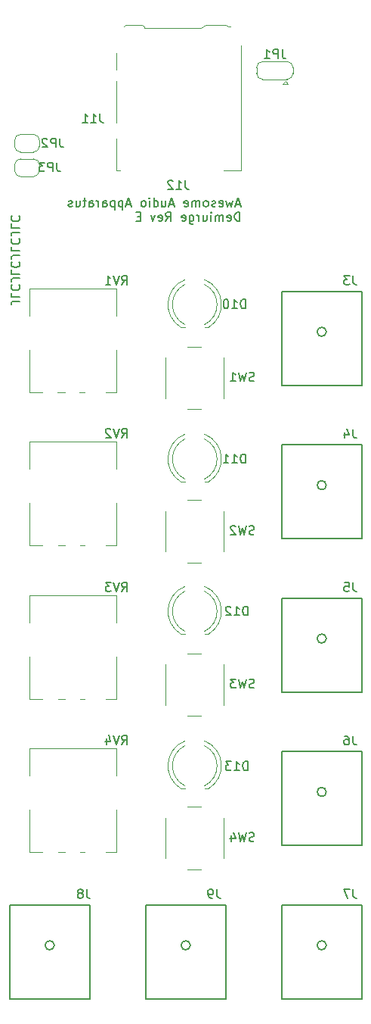
<source format=gbr>
G04 #@! TF.GenerationSoftware,KiCad,Pcbnew,6.0.5+dfsg-1*
G04 #@! TF.CreationDate,2022-06-05T16:54:12+02:00*
G04 #@! TF.ProjectId,demiurge,64656d69-7572-4676-952e-6b696361645f,E*
G04 #@! TF.SameCoordinates,Original*
G04 #@! TF.FileFunction,Legend,Bot*
G04 #@! TF.FilePolarity,Positive*
%FSLAX46Y46*%
G04 Gerber Fmt 4.6, Leading zero omitted, Abs format (unit mm)*
G04 Created by KiCad (PCBNEW 6.0.5+dfsg-1) date 2022-06-05 16:54:12*
%MOMM*%
%LPD*%
G01*
G04 APERTURE LIST*
%ADD10C,0.150000*%
%ADD11C,0.120000*%
G04 APERTURE END LIST*
D10*
X102612023Y-71461666D02*
X102135833Y-71461666D01*
X102707261Y-71747380D02*
X102373928Y-70747380D01*
X102040595Y-71747380D01*
X101802500Y-71080714D02*
X101612023Y-71747380D01*
X101421547Y-71271190D01*
X101231071Y-71747380D01*
X101040595Y-71080714D01*
X100278690Y-71699761D02*
X100373928Y-71747380D01*
X100564404Y-71747380D01*
X100659642Y-71699761D01*
X100707261Y-71604523D01*
X100707261Y-71223571D01*
X100659642Y-71128333D01*
X100564404Y-71080714D01*
X100373928Y-71080714D01*
X100278690Y-71128333D01*
X100231071Y-71223571D01*
X100231071Y-71318809D01*
X100707261Y-71414047D01*
X99850119Y-71699761D02*
X99754880Y-71747380D01*
X99564404Y-71747380D01*
X99469166Y-71699761D01*
X99421547Y-71604523D01*
X99421547Y-71556904D01*
X99469166Y-71461666D01*
X99564404Y-71414047D01*
X99707261Y-71414047D01*
X99802500Y-71366428D01*
X99850119Y-71271190D01*
X99850119Y-71223571D01*
X99802500Y-71128333D01*
X99707261Y-71080714D01*
X99564404Y-71080714D01*
X99469166Y-71128333D01*
X98850119Y-71747380D02*
X98945357Y-71699761D01*
X98992976Y-71652142D01*
X99040595Y-71556904D01*
X99040595Y-71271190D01*
X98992976Y-71175952D01*
X98945357Y-71128333D01*
X98850119Y-71080714D01*
X98707261Y-71080714D01*
X98612023Y-71128333D01*
X98564404Y-71175952D01*
X98516785Y-71271190D01*
X98516785Y-71556904D01*
X98564404Y-71652142D01*
X98612023Y-71699761D01*
X98707261Y-71747380D01*
X98850119Y-71747380D01*
X98088214Y-71747380D02*
X98088214Y-71080714D01*
X98088214Y-71175952D02*
X98040595Y-71128333D01*
X97945357Y-71080714D01*
X97802500Y-71080714D01*
X97707261Y-71128333D01*
X97659642Y-71223571D01*
X97659642Y-71747380D01*
X97659642Y-71223571D02*
X97612023Y-71128333D01*
X97516785Y-71080714D01*
X97373928Y-71080714D01*
X97278690Y-71128333D01*
X97231071Y-71223571D01*
X97231071Y-71747380D01*
X96373928Y-71699761D02*
X96469166Y-71747380D01*
X96659642Y-71747380D01*
X96754880Y-71699761D01*
X96802500Y-71604523D01*
X96802500Y-71223571D01*
X96754880Y-71128333D01*
X96659642Y-71080714D01*
X96469166Y-71080714D01*
X96373928Y-71128333D01*
X96326309Y-71223571D01*
X96326309Y-71318809D01*
X96802500Y-71414047D01*
X95183452Y-71461666D02*
X94707261Y-71461666D01*
X95278690Y-71747380D02*
X94945357Y-70747380D01*
X94612023Y-71747380D01*
X93850119Y-71080714D02*
X93850119Y-71747380D01*
X94278690Y-71080714D02*
X94278690Y-71604523D01*
X94231071Y-71699761D01*
X94135833Y-71747380D01*
X93992976Y-71747380D01*
X93897738Y-71699761D01*
X93850119Y-71652142D01*
X92945357Y-71747380D02*
X92945357Y-70747380D01*
X92945357Y-71699761D02*
X93040595Y-71747380D01*
X93231071Y-71747380D01*
X93326309Y-71699761D01*
X93373928Y-71652142D01*
X93421547Y-71556904D01*
X93421547Y-71271190D01*
X93373928Y-71175952D01*
X93326309Y-71128333D01*
X93231071Y-71080714D01*
X93040595Y-71080714D01*
X92945357Y-71128333D01*
X92469166Y-71747380D02*
X92469166Y-71080714D01*
X92469166Y-70747380D02*
X92516785Y-70795000D01*
X92469166Y-70842619D01*
X92421547Y-70795000D01*
X92469166Y-70747380D01*
X92469166Y-70842619D01*
X91850119Y-71747380D02*
X91945357Y-71699761D01*
X91992976Y-71652142D01*
X92040595Y-71556904D01*
X92040595Y-71271190D01*
X91992976Y-71175952D01*
X91945357Y-71128333D01*
X91850119Y-71080714D01*
X91707261Y-71080714D01*
X91612023Y-71128333D01*
X91564404Y-71175952D01*
X91516785Y-71271190D01*
X91516785Y-71556904D01*
X91564404Y-71652142D01*
X91612023Y-71699761D01*
X91707261Y-71747380D01*
X91850119Y-71747380D01*
X90373928Y-71461666D02*
X89897738Y-71461666D01*
X90469166Y-71747380D02*
X90135833Y-70747380D01*
X89802500Y-71747380D01*
X89469166Y-71080714D02*
X89469166Y-72080714D01*
X89469166Y-71128333D02*
X89373928Y-71080714D01*
X89183452Y-71080714D01*
X89088214Y-71128333D01*
X89040595Y-71175952D01*
X88992976Y-71271190D01*
X88992976Y-71556904D01*
X89040595Y-71652142D01*
X89088214Y-71699761D01*
X89183452Y-71747380D01*
X89373928Y-71747380D01*
X89469166Y-71699761D01*
X88564404Y-71080714D02*
X88564404Y-72080714D01*
X88564404Y-71128333D02*
X88469166Y-71080714D01*
X88278690Y-71080714D01*
X88183452Y-71128333D01*
X88135833Y-71175952D01*
X88088214Y-71271190D01*
X88088214Y-71556904D01*
X88135833Y-71652142D01*
X88183452Y-71699761D01*
X88278690Y-71747380D01*
X88469166Y-71747380D01*
X88564404Y-71699761D01*
X87231071Y-71747380D02*
X87231071Y-71223571D01*
X87278690Y-71128333D01*
X87373928Y-71080714D01*
X87564404Y-71080714D01*
X87659642Y-71128333D01*
X87231071Y-71699761D02*
X87326309Y-71747380D01*
X87564404Y-71747380D01*
X87659642Y-71699761D01*
X87707261Y-71604523D01*
X87707261Y-71509285D01*
X87659642Y-71414047D01*
X87564404Y-71366428D01*
X87326309Y-71366428D01*
X87231071Y-71318809D01*
X86754880Y-71747380D02*
X86754880Y-71080714D01*
X86754880Y-71271190D02*
X86707261Y-71175952D01*
X86659642Y-71128333D01*
X86564404Y-71080714D01*
X86469166Y-71080714D01*
X85707261Y-71747380D02*
X85707261Y-71223571D01*
X85754880Y-71128333D01*
X85850119Y-71080714D01*
X86040595Y-71080714D01*
X86135833Y-71128333D01*
X85707261Y-71699761D02*
X85802500Y-71747380D01*
X86040595Y-71747380D01*
X86135833Y-71699761D01*
X86183452Y-71604523D01*
X86183452Y-71509285D01*
X86135833Y-71414047D01*
X86040595Y-71366428D01*
X85802500Y-71366428D01*
X85707261Y-71318809D01*
X85373928Y-71080714D02*
X84992976Y-71080714D01*
X85231071Y-70747380D02*
X85231071Y-71604523D01*
X85183452Y-71699761D01*
X85088214Y-71747380D01*
X84992976Y-71747380D01*
X84231071Y-71080714D02*
X84231071Y-71747380D01*
X84659642Y-71080714D02*
X84659642Y-71604523D01*
X84612023Y-71699761D01*
X84516785Y-71747380D01*
X84373928Y-71747380D01*
X84278690Y-71699761D01*
X84231071Y-71652142D01*
X83802500Y-71699761D02*
X83707261Y-71747380D01*
X83516785Y-71747380D01*
X83421547Y-71699761D01*
X83373928Y-71604523D01*
X83373928Y-71556904D01*
X83421547Y-71461666D01*
X83516785Y-71414047D01*
X83659642Y-71414047D01*
X83754880Y-71366428D01*
X83802500Y-71271190D01*
X83802500Y-71223571D01*
X83754880Y-71128333D01*
X83659642Y-71080714D01*
X83516785Y-71080714D01*
X83421547Y-71128333D01*
X102564404Y-73357380D02*
X102564404Y-72357380D01*
X102326309Y-72357380D01*
X102183452Y-72405000D01*
X102088214Y-72500238D01*
X102040595Y-72595476D01*
X101992976Y-72785952D01*
X101992976Y-72928809D01*
X102040595Y-73119285D01*
X102088214Y-73214523D01*
X102183452Y-73309761D01*
X102326309Y-73357380D01*
X102564404Y-73357380D01*
X101183452Y-73309761D02*
X101278690Y-73357380D01*
X101469166Y-73357380D01*
X101564404Y-73309761D01*
X101612023Y-73214523D01*
X101612023Y-72833571D01*
X101564404Y-72738333D01*
X101469166Y-72690714D01*
X101278690Y-72690714D01*
X101183452Y-72738333D01*
X101135833Y-72833571D01*
X101135833Y-72928809D01*
X101612023Y-73024047D01*
X100707261Y-73357380D02*
X100707261Y-72690714D01*
X100707261Y-72785952D02*
X100659642Y-72738333D01*
X100564404Y-72690714D01*
X100421547Y-72690714D01*
X100326309Y-72738333D01*
X100278690Y-72833571D01*
X100278690Y-73357380D01*
X100278690Y-72833571D02*
X100231071Y-72738333D01*
X100135833Y-72690714D01*
X99992976Y-72690714D01*
X99897738Y-72738333D01*
X99850119Y-72833571D01*
X99850119Y-73357380D01*
X99373928Y-73357380D02*
X99373928Y-72690714D01*
X99373928Y-72357380D02*
X99421547Y-72405000D01*
X99373928Y-72452619D01*
X99326309Y-72405000D01*
X99373928Y-72357380D01*
X99373928Y-72452619D01*
X98469166Y-72690714D02*
X98469166Y-73357380D01*
X98897738Y-72690714D02*
X98897738Y-73214523D01*
X98850119Y-73309761D01*
X98754880Y-73357380D01*
X98612023Y-73357380D01*
X98516785Y-73309761D01*
X98469166Y-73262142D01*
X97992976Y-73357380D02*
X97992976Y-72690714D01*
X97992976Y-72881190D02*
X97945357Y-72785952D01*
X97897738Y-72738333D01*
X97802500Y-72690714D01*
X97707261Y-72690714D01*
X96945357Y-72690714D02*
X96945357Y-73500238D01*
X96992976Y-73595476D01*
X97040595Y-73643095D01*
X97135833Y-73690714D01*
X97278690Y-73690714D01*
X97373928Y-73643095D01*
X96945357Y-73309761D02*
X97040595Y-73357380D01*
X97231071Y-73357380D01*
X97326309Y-73309761D01*
X97373928Y-73262142D01*
X97421547Y-73166904D01*
X97421547Y-72881190D01*
X97373928Y-72785952D01*
X97326309Y-72738333D01*
X97231071Y-72690714D01*
X97040595Y-72690714D01*
X96945357Y-72738333D01*
X96088214Y-73309761D02*
X96183452Y-73357380D01*
X96373928Y-73357380D01*
X96469166Y-73309761D01*
X96516785Y-73214523D01*
X96516785Y-72833571D01*
X96469166Y-72738333D01*
X96373928Y-72690714D01*
X96183452Y-72690714D01*
X96088214Y-72738333D01*
X96040595Y-72833571D01*
X96040595Y-72928809D01*
X96516785Y-73024047D01*
X94278690Y-73357380D02*
X94612023Y-72881190D01*
X94850119Y-73357380D02*
X94850119Y-72357380D01*
X94469166Y-72357380D01*
X94373928Y-72405000D01*
X94326309Y-72452619D01*
X94278690Y-72547857D01*
X94278690Y-72690714D01*
X94326309Y-72785952D01*
X94373928Y-72833571D01*
X94469166Y-72881190D01*
X94850119Y-72881190D01*
X93469166Y-73309761D02*
X93564404Y-73357380D01*
X93754880Y-73357380D01*
X93850119Y-73309761D01*
X93897738Y-73214523D01*
X93897738Y-72833571D01*
X93850119Y-72738333D01*
X93754880Y-72690714D01*
X93564404Y-72690714D01*
X93469166Y-72738333D01*
X93421547Y-72833571D01*
X93421547Y-72928809D01*
X93897738Y-73024047D01*
X93088214Y-72690714D02*
X92850119Y-73357380D01*
X92612023Y-72690714D01*
X91469166Y-72833571D02*
X91135833Y-72833571D01*
X90992976Y-73357380D02*
X91469166Y-73357380D01*
X91469166Y-72357380D01*
X90992976Y-72357380D01*
X77947619Y-82319047D02*
X77233333Y-82319047D01*
X77090476Y-82366666D01*
X76995238Y-82461904D01*
X76947619Y-82604761D01*
X76947619Y-82700000D01*
X76947619Y-81366666D02*
X76947619Y-81842857D01*
X77947619Y-81842857D01*
X77042857Y-80461904D02*
X76995238Y-80509523D01*
X76947619Y-80652380D01*
X76947619Y-80747619D01*
X76995238Y-80890476D01*
X77090476Y-80985714D01*
X77185714Y-81033333D01*
X77376190Y-81080952D01*
X77519047Y-81080952D01*
X77709523Y-81033333D01*
X77804761Y-80985714D01*
X77900000Y-80890476D01*
X77947619Y-80747619D01*
X77947619Y-80652380D01*
X77900000Y-80509523D01*
X77852380Y-80461904D01*
X77947619Y-79747619D02*
X77233333Y-79747619D01*
X77090476Y-79795238D01*
X76995238Y-79890476D01*
X76947619Y-80033333D01*
X76947619Y-80128571D01*
X76947619Y-78795238D02*
X76947619Y-79271428D01*
X77947619Y-79271428D01*
X77042857Y-77890476D02*
X76995238Y-77938095D01*
X76947619Y-78080952D01*
X76947619Y-78176190D01*
X76995238Y-78319047D01*
X77090476Y-78414285D01*
X77185714Y-78461904D01*
X77376190Y-78509523D01*
X77519047Y-78509523D01*
X77709523Y-78461904D01*
X77804761Y-78414285D01*
X77900000Y-78319047D01*
X77947619Y-78176190D01*
X77947619Y-78080952D01*
X77900000Y-77938095D01*
X77852380Y-77890476D01*
X77947619Y-77176190D02*
X77233333Y-77176190D01*
X77090476Y-77223809D01*
X76995238Y-77319047D01*
X76947619Y-77461904D01*
X76947619Y-77557142D01*
X76947619Y-76223809D02*
X76947619Y-76700000D01*
X77947619Y-76700000D01*
X77042857Y-75319047D02*
X76995238Y-75366666D01*
X76947619Y-75509523D01*
X76947619Y-75604761D01*
X76995238Y-75747619D01*
X77090476Y-75842857D01*
X77185714Y-75890476D01*
X77376190Y-75938095D01*
X77519047Y-75938095D01*
X77709523Y-75890476D01*
X77804761Y-75842857D01*
X77900000Y-75747619D01*
X77947619Y-75604761D01*
X77947619Y-75509523D01*
X77900000Y-75366666D01*
X77852380Y-75319047D01*
X77947619Y-74604761D02*
X77233333Y-74604761D01*
X77090476Y-74652380D01*
X76995238Y-74747619D01*
X76947619Y-74890476D01*
X76947619Y-74985714D01*
X76947619Y-73652380D02*
X76947619Y-74128571D01*
X77947619Y-74128571D01*
X77042857Y-72747619D02*
X76995238Y-72795238D01*
X76947619Y-72938095D01*
X76947619Y-73033333D01*
X76995238Y-73176190D01*
X77090476Y-73271428D01*
X77185714Y-73319047D01*
X77376190Y-73366666D01*
X77519047Y-73366666D01*
X77709523Y-73319047D01*
X77804761Y-73271428D01*
X77900000Y-73176190D01*
X77947619Y-73033333D01*
X77947619Y-72938095D01*
X77900000Y-72795238D01*
X77852380Y-72747619D01*
X104203333Y-108354761D02*
X104060476Y-108402380D01*
X103822380Y-108402380D01*
X103727142Y-108354761D01*
X103679523Y-108307142D01*
X103631904Y-108211904D01*
X103631904Y-108116666D01*
X103679523Y-108021428D01*
X103727142Y-107973809D01*
X103822380Y-107926190D01*
X104012857Y-107878571D01*
X104108095Y-107830952D01*
X104155714Y-107783333D01*
X104203333Y-107688095D01*
X104203333Y-107592857D01*
X104155714Y-107497619D01*
X104108095Y-107450000D01*
X104012857Y-107402380D01*
X103774761Y-107402380D01*
X103631904Y-107450000D01*
X103298571Y-107402380D02*
X103060476Y-108402380D01*
X102870000Y-107688095D01*
X102679523Y-108402380D01*
X102441428Y-107402380D01*
X102108095Y-107497619D02*
X102060476Y-107450000D01*
X101965238Y-107402380D01*
X101727142Y-107402380D01*
X101631904Y-107450000D01*
X101584285Y-107497619D01*
X101536666Y-107592857D01*
X101536666Y-107688095D01*
X101584285Y-107830952D01*
X102155714Y-108402380D01*
X101536666Y-108402380D01*
X104203333Y-125499761D02*
X104060476Y-125547380D01*
X103822380Y-125547380D01*
X103727142Y-125499761D01*
X103679523Y-125452142D01*
X103631904Y-125356904D01*
X103631904Y-125261666D01*
X103679523Y-125166428D01*
X103727142Y-125118809D01*
X103822380Y-125071190D01*
X104012857Y-125023571D01*
X104108095Y-124975952D01*
X104155714Y-124928333D01*
X104203333Y-124833095D01*
X104203333Y-124737857D01*
X104155714Y-124642619D01*
X104108095Y-124595000D01*
X104012857Y-124547380D01*
X103774761Y-124547380D01*
X103631904Y-124595000D01*
X103298571Y-124547380D02*
X103060476Y-125547380D01*
X102870000Y-124833095D01*
X102679523Y-125547380D01*
X102441428Y-124547380D01*
X102155714Y-124547380D02*
X101536666Y-124547380D01*
X101870000Y-124928333D01*
X101727142Y-124928333D01*
X101631904Y-124975952D01*
X101584285Y-125023571D01*
X101536666Y-125118809D01*
X101536666Y-125356904D01*
X101584285Y-125452142D01*
X101631904Y-125499761D01*
X101727142Y-125547380D01*
X102012857Y-125547380D01*
X102108095Y-125499761D01*
X102155714Y-125452142D01*
X115268333Y-148042380D02*
X115268333Y-148756666D01*
X115315952Y-148899523D01*
X115411190Y-148994761D01*
X115554047Y-149042380D01*
X115649285Y-149042380D01*
X114887380Y-148042380D02*
X114220714Y-148042380D01*
X114649285Y-149042380D01*
X115268333Y-79462380D02*
X115268333Y-80176666D01*
X115315952Y-80319523D01*
X115411190Y-80414761D01*
X115554047Y-80462380D01*
X115649285Y-80462380D01*
X114887380Y-79462380D02*
X114268333Y-79462380D01*
X114601666Y-79843333D01*
X114458809Y-79843333D01*
X114363571Y-79890952D01*
X114315952Y-79938571D01*
X114268333Y-80033809D01*
X114268333Y-80271904D01*
X114315952Y-80367142D01*
X114363571Y-80414761D01*
X114458809Y-80462380D01*
X114744523Y-80462380D01*
X114839761Y-80414761D01*
X114887380Y-80367142D01*
X107343333Y-54162380D02*
X107343333Y-54876666D01*
X107390952Y-55019523D01*
X107486190Y-55114761D01*
X107629047Y-55162380D01*
X107724285Y-55162380D01*
X106867142Y-55162380D02*
X106867142Y-54162380D01*
X106486190Y-54162380D01*
X106390952Y-54210000D01*
X106343333Y-54257619D01*
X106295714Y-54352857D01*
X106295714Y-54495714D01*
X106343333Y-54590952D01*
X106390952Y-54638571D01*
X106486190Y-54686190D01*
X106867142Y-54686190D01*
X105343333Y-55162380D02*
X105914761Y-55162380D01*
X105629047Y-55162380D02*
X105629047Y-54162380D01*
X105724285Y-54305238D01*
X105819523Y-54400476D01*
X105914761Y-54448095D01*
X104203333Y-142644761D02*
X104060476Y-142692380D01*
X103822380Y-142692380D01*
X103727142Y-142644761D01*
X103679523Y-142597142D01*
X103631904Y-142501904D01*
X103631904Y-142406666D01*
X103679523Y-142311428D01*
X103727142Y-142263809D01*
X103822380Y-142216190D01*
X104012857Y-142168571D01*
X104108095Y-142120952D01*
X104155714Y-142073333D01*
X104203333Y-141978095D01*
X104203333Y-141882857D01*
X104155714Y-141787619D01*
X104108095Y-141740000D01*
X104012857Y-141692380D01*
X103774761Y-141692380D01*
X103631904Y-141740000D01*
X103298571Y-141692380D02*
X103060476Y-142692380D01*
X102870000Y-141978095D01*
X102679523Y-142692380D01*
X102441428Y-141692380D01*
X101631904Y-142025714D02*
X101631904Y-142692380D01*
X101870000Y-141644761D02*
X102108095Y-142359047D01*
X101489047Y-142359047D01*
X100028333Y-148042380D02*
X100028333Y-148756666D01*
X100075952Y-148899523D01*
X100171190Y-148994761D01*
X100314047Y-149042380D01*
X100409285Y-149042380D01*
X99504523Y-149042380D02*
X99314047Y-149042380D01*
X99218809Y-148994761D01*
X99171190Y-148947142D01*
X99075952Y-148804285D01*
X99028333Y-148613809D01*
X99028333Y-148232857D01*
X99075952Y-148137619D01*
X99123571Y-148090000D01*
X99218809Y-148042380D01*
X99409285Y-148042380D01*
X99504523Y-148090000D01*
X99552142Y-148137619D01*
X99599761Y-148232857D01*
X99599761Y-148470952D01*
X99552142Y-148566190D01*
X99504523Y-148613809D01*
X99409285Y-148661428D01*
X99218809Y-148661428D01*
X99123571Y-148613809D01*
X99075952Y-148566190D01*
X99028333Y-148470952D01*
X89342976Y-80452380D02*
X89676309Y-79976190D01*
X89914404Y-80452380D02*
X89914404Y-79452380D01*
X89533452Y-79452380D01*
X89438214Y-79500000D01*
X89390595Y-79547619D01*
X89342976Y-79642857D01*
X89342976Y-79785714D01*
X89390595Y-79880952D01*
X89438214Y-79928571D01*
X89533452Y-79976190D01*
X89914404Y-79976190D01*
X89057261Y-79452380D02*
X88723928Y-80452380D01*
X88390595Y-79452380D01*
X87533452Y-80452380D02*
X88104880Y-80452380D01*
X87819166Y-80452380D02*
X87819166Y-79452380D01*
X87914404Y-79595238D01*
X88009642Y-79690476D01*
X88104880Y-79738095D01*
X89342976Y-131852380D02*
X89676309Y-131376190D01*
X89914404Y-131852380D02*
X89914404Y-130852380D01*
X89533452Y-130852380D01*
X89438214Y-130900000D01*
X89390595Y-130947619D01*
X89342976Y-131042857D01*
X89342976Y-131185714D01*
X89390595Y-131280952D01*
X89438214Y-131328571D01*
X89533452Y-131376190D01*
X89914404Y-131376190D01*
X89057261Y-130852380D02*
X88723928Y-131852380D01*
X88390595Y-130852380D01*
X87628690Y-131185714D02*
X87628690Y-131852380D01*
X87866785Y-130804761D02*
X88104880Y-131519047D01*
X87485833Y-131519047D01*
X115268333Y-130897380D02*
X115268333Y-131611666D01*
X115315952Y-131754523D01*
X115411190Y-131849761D01*
X115554047Y-131897380D01*
X115649285Y-131897380D01*
X114363571Y-130897380D02*
X114554047Y-130897380D01*
X114649285Y-130945000D01*
X114696904Y-130992619D01*
X114792142Y-131135476D01*
X114839761Y-131325952D01*
X114839761Y-131706904D01*
X114792142Y-131802142D01*
X114744523Y-131849761D01*
X114649285Y-131897380D01*
X114458809Y-131897380D01*
X114363571Y-131849761D01*
X114315952Y-131802142D01*
X114268333Y-131706904D01*
X114268333Y-131468809D01*
X114315952Y-131373571D01*
X114363571Y-131325952D01*
X114458809Y-131278333D01*
X114649285Y-131278333D01*
X114744523Y-131325952D01*
X114792142Y-131373571D01*
X114839761Y-131468809D01*
X115268333Y-113752380D02*
X115268333Y-114466666D01*
X115315952Y-114609523D01*
X115411190Y-114704761D01*
X115554047Y-114752380D01*
X115649285Y-114752380D01*
X114315952Y-113752380D02*
X114792142Y-113752380D01*
X114839761Y-114228571D01*
X114792142Y-114180952D01*
X114696904Y-114133333D01*
X114458809Y-114133333D01*
X114363571Y-114180952D01*
X114315952Y-114228571D01*
X114268333Y-114323809D01*
X114268333Y-114561904D01*
X114315952Y-114657142D01*
X114363571Y-114704761D01*
X114458809Y-114752380D01*
X114696904Y-114752380D01*
X114792142Y-114704761D01*
X114839761Y-114657142D01*
X115268333Y-96607380D02*
X115268333Y-97321666D01*
X115315952Y-97464523D01*
X115411190Y-97559761D01*
X115554047Y-97607380D01*
X115649285Y-97607380D01*
X114363571Y-96940714D02*
X114363571Y-97607380D01*
X114601666Y-96559761D02*
X114839761Y-97274047D01*
X114220714Y-97274047D01*
X89342976Y-97552380D02*
X89676309Y-97076190D01*
X89914404Y-97552380D02*
X89914404Y-96552380D01*
X89533452Y-96552380D01*
X89438214Y-96600000D01*
X89390595Y-96647619D01*
X89342976Y-96742857D01*
X89342976Y-96885714D01*
X89390595Y-96980952D01*
X89438214Y-97028571D01*
X89533452Y-97076190D01*
X89914404Y-97076190D01*
X89057261Y-96552380D02*
X88723928Y-97552380D01*
X88390595Y-96552380D01*
X88104880Y-96647619D02*
X88057261Y-96600000D01*
X87962023Y-96552380D01*
X87723928Y-96552380D01*
X87628690Y-96600000D01*
X87581071Y-96647619D01*
X87533452Y-96742857D01*
X87533452Y-96838095D01*
X87581071Y-96980952D01*
X88152500Y-97552380D01*
X87533452Y-97552380D01*
X89342976Y-114752380D02*
X89676309Y-114276190D01*
X89914404Y-114752380D02*
X89914404Y-113752380D01*
X89533452Y-113752380D01*
X89438214Y-113800000D01*
X89390595Y-113847619D01*
X89342976Y-113942857D01*
X89342976Y-114085714D01*
X89390595Y-114180952D01*
X89438214Y-114228571D01*
X89533452Y-114276190D01*
X89914404Y-114276190D01*
X89057261Y-113752380D02*
X88723928Y-114752380D01*
X88390595Y-113752380D01*
X88152500Y-113752380D02*
X87533452Y-113752380D01*
X87866785Y-114133333D01*
X87723928Y-114133333D01*
X87628690Y-114180952D01*
X87581071Y-114228571D01*
X87533452Y-114323809D01*
X87533452Y-114561904D01*
X87581071Y-114657142D01*
X87628690Y-114704761D01*
X87723928Y-114752380D01*
X88009642Y-114752380D01*
X88104880Y-114704761D01*
X88152500Y-114657142D01*
X104203333Y-91209761D02*
X104060476Y-91257380D01*
X103822380Y-91257380D01*
X103727142Y-91209761D01*
X103679523Y-91162142D01*
X103631904Y-91066904D01*
X103631904Y-90971666D01*
X103679523Y-90876428D01*
X103727142Y-90828809D01*
X103822380Y-90781190D01*
X104012857Y-90733571D01*
X104108095Y-90685952D01*
X104155714Y-90638333D01*
X104203333Y-90543095D01*
X104203333Y-90447857D01*
X104155714Y-90352619D01*
X104108095Y-90305000D01*
X104012857Y-90257380D01*
X103774761Y-90257380D01*
X103631904Y-90305000D01*
X103298571Y-90257380D02*
X103060476Y-91257380D01*
X102870000Y-90543095D01*
X102679523Y-91257380D01*
X102441428Y-90257380D01*
X101536666Y-91257380D02*
X102108095Y-91257380D01*
X101822380Y-91257380D02*
X101822380Y-90257380D01*
X101917619Y-90400238D01*
X102012857Y-90495476D01*
X102108095Y-90543095D01*
X85423333Y-148042380D02*
X85423333Y-148756666D01*
X85470952Y-148899523D01*
X85566190Y-148994761D01*
X85709047Y-149042380D01*
X85804285Y-149042380D01*
X84804285Y-148470952D02*
X84899523Y-148423333D01*
X84947142Y-148375714D01*
X84994761Y-148280476D01*
X84994761Y-148232857D01*
X84947142Y-148137619D01*
X84899523Y-148090000D01*
X84804285Y-148042380D01*
X84613809Y-148042380D01*
X84518571Y-148090000D01*
X84470952Y-148137619D01*
X84423333Y-148232857D01*
X84423333Y-148280476D01*
X84470952Y-148375714D01*
X84518571Y-148423333D01*
X84613809Y-148470952D01*
X84804285Y-148470952D01*
X84899523Y-148518571D01*
X84947142Y-148566190D01*
X84994761Y-148661428D01*
X84994761Y-148851904D01*
X84947142Y-148947142D01*
X84899523Y-148994761D01*
X84804285Y-149042380D01*
X84613809Y-149042380D01*
X84518571Y-148994761D01*
X84470952Y-148947142D01*
X84423333Y-148851904D01*
X84423333Y-148661428D01*
X84470952Y-148566190D01*
X84518571Y-148518571D01*
X84613809Y-148470952D01*
X103214285Y-83102380D02*
X103214285Y-82102380D01*
X102976190Y-82102380D01*
X102833333Y-82150000D01*
X102738095Y-82245238D01*
X102690476Y-82340476D01*
X102642857Y-82530952D01*
X102642857Y-82673809D01*
X102690476Y-82864285D01*
X102738095Y-82959523D01*
X102833333Y-83054761D01*
X102976190Y-83102380D01*
X103214285Y-83102380D01*
X101690476Y-83102380D02*
X102261904Y-83102380D01*
X101976190Y-83102380D02*
X101976190Y-82102380D01*
X102071428Y-82245238D01*
X102166666Y-82340476D01*
X102261904Y-82388095D01*
X101071428Y-82102380D02*
X100976190Y-82102380D01*
X100880952Y-82150000D01*
X100833333Y-82197619D01*
X100785714Y-82292857D01*
X100738095Y-82483333D01*
X100738095Y-82721428D01*
X100785714Y-82911904D01*
X100833333Y-83007142D01*
X100880952Y-83054761D01*
X100976190Y-83102380D01*
X101071428Y-83102380D01*
X101166666Y-83054761D01*
X101214285Y-83007142D01*
X101261904Y-82911904D01*
X101309523Y-82721428D01*
X101309523Y-82483333D01*
X101261904Y-82292857D01*
X101214285Y-82197619D01*
X101166666Y-82150000D01*
X101071428Y-82102380D01*
X103214285Y-100401380D02*
X103214285Y-99401380D01*
X102976190Y-99401380D01*
X102833333Y-99449000D01*
X102738095Y-99544238D01*
X102690476Y-99639476D01*
X102642857Y-99829952D01*
X102642857Y-99972809D01*
X102690476Y-100163285D01*
X102738095Y-100258523D01*
X102833333Y-100353761D01*
X102976190Y-100401380D01*
X103214285Y-100401380D01*
X101690476Y-100401380D02*
X102261904Y-100401380D01*
X101976190Y-100401380D02*
X101976190Y-99401380D01*
X102071428Y-99544238D01*
X102166666Y-99639476D01*
X102261904Y-99687095D01*
X100738095Y-100401380D02*
X101309523Y-100401380D01*
X101023809Y-100401380D02*
X101023809Y-99401380D01*
X101119047Y-99544238D01*
X101214285Y-99639476D01*
X101309523Y-99687095D01*
X103464285Y-134752380D02*
X103464285Y-133752380D01*
X103226190Y-133752380D01*
X103083333Y-133800000D01*
X102988095Y-133895238D01*
X102940476Y-133990476D01*
X102892857Y-134180952D01*
X102892857Y-134323809D01*
X102940476Y-134514285D01*
X102988095Y-134609523D01*
X103083333Y-134704761D01*
X103226190Y-134752380D01*
X103464285Y-134752380D01*
X101940476Y-134752380D02*
X102511904Y-134752380D01*
X102226190Y-134752380D02*
X102226190Y-133752380D01*
X102321428Y-133895238D01*
X102416666Y-133990476D01*
X102511904Y-134038095D01*
X101607142Y-133752380D02*
X100988095Y-133752380D01*
X101321428Y-134133333D01*
X101178571Y-134133333D01*
X101083333Y-134180952D01*
X101035714Y-134228571D01*
X100988095Y-134323809D01*
X100988095Y-134561904D01*
X101035714Y-134657142D01*
X101083333Y-134704761D01*
X101178571Y-134752380D01*
X101464285Y-134752380D01*
X101559523Y-134704761D01*
X101607142Y-134657142D01*
X103464285Y-117419380D02*
X103464285Y-116419380D01*
X103226190Y-116419380D01*
X103083333Y-116467000D01*
X102988095Y-116562238D01*
X102940476Y-116657476D01*
X102892857Y-116847952D01*
X102892857Y-116990809D01*
X102940476Y-117181285D01*
X102988095Y-117276523D01*
X103083333Y-117371761D01*
X103226190Y-117419380D01*
X103464285Y-117419380D01*
X101940476Y-117419380D02*
X102511904Y-117419380D01*
X102226190Y-117419380D02*
X102226190Y-116419380D01*
X102321428Y-116562238D01*
X102416666Y-116657476D01*
X102511904Y-116705095D01*
X101559523Y-116514619D02*
X101511904Y-116467000D01*
X101416666Y-116419380D01*
X101178571Y-116419380D01*
X101083333Y-116467000D01*
X101035714Y-116514619D01*
X100988095Y-116609857D01*
X100988095Y-116705095D01*
X101035714Y-116847952D01*
X101607142Y-117419380D01*
X100988095Y-117419380D01*
X86909523Y-61352380D02*
X86909523Y-62066666D01*
X86957142Y-62209523D01*
X87052380Y-62304761D01*
X87195238Y-62352380D01*
X87290476Y-62352380D01*
X85909523Y-62352380D02*
X86480952Y-62352380D01*
X86195238Y-62352380D02*
X86195238Y-61352380D01*
X86290476Y-61495238D01*
X86385714Y-61590476D01*
X86480952Y-61638095D01*
X84957142Y-62352380D02*
X85528571Y-62352380D01*
X85242857Y-62352380D02*
X85242857Y-61352380D01*
X85338095Y-61495238D01*
X85433333Y-61590476D01*
X85528571Y-61638095D01*
X82433333Y-64102380D02*
X82433333Y-64816666D01*
X82480952Y-64959523D01*
X82576190Y-65054761D01*
X82719047Y-65102380D01*
X82814285Y-65102380D01*
X81957142Y-65102380D02*
X81957142Y-64102380D01*
X81576190Y-64102380D01*
X81480952Y-64150000D01*
X81433333Y-64197619D01*
X81385714Y-64292857D01*
X81385714Y-64435714D01*
X81433333Y-64530952D01*
X81480952Y-64578571D01*
X81576190Y-64626190D01*
X81957142Y-64626190D01*
X81004761Y-64197619D02*
X80957142Y-64150000D01*
X80861904Y-64102380D01*
X80623809Y-64102380D01*
X80528571Y-64150000D01*
X80480952Y-64197619D01*
X80433333Y-64292857D01*
X80433333Y-64388095D01*
X80480952Y-64530952D01*
X81052380Y-65102380D01*
X80433333Y-65102380D01*
X96462523Y-68794380D02*
X96462523Y-69508666D01*
X96510142Y-69651523D01*
X96605380Y-69746761D01*
X96748238Y-69794380D01*
X96843476Y-69794380D01*
X95462523Y-69794380D02*
X96033952Y-69794380D01*
X95748238Y-69794380D02*
X95748238Y-68794380D01*
X95843476Y-68937238D01*
X95938714Y-69032476D01*
X96033952Y-69080095D01*
X95081571Y-68889619D02*
X95033952Y-68842000D01*
X94938714Y-68794380D01*
X94700619Y-68794380D01*
X94605380Y-68842000D01*
X94557761Y-68889619D01*
X94510142Y-68984857D01*
X94510142Y-69080095D01*
X94557761Y-69222952D01*
X95129190Y-69794380D01*
X94510142Y-69794380D01*
X82083333Y-66802380D02*
X82083333Y-67516666D01*
X82130952Y-67659523D01*
X82226190Y-67754761D01*
X82369047Y-67802380D01*
X82464285Y-67802380D01*
X81607142Y-67802380D02*
X81607142Y-66802380D01*
X81226190Y-66802380D01*
X81130952Y-66850000D01*
X81083333Y-66897619D01*
X81035714Y-66992857D01*
X81035714Y-67135714D01*
X81083333Y-67230952D01*
X81130952Y-67278571D01*
X81226190Y-67326190D01*
X81607142Y-67326190D01*
X80702380Y-66802380D02*
X80083333Y-66802380D01*
X80416666Y-67183333D01*
X80273809Y-67183333D01*
X80178571Y-67230952D01*
X80130952Y-67278571D01*
X80083333Y-67373809D01*
X80083333Y-67611904D01*
X80130952Y-67707142D01*
X80178571Y-67754761D01*
X80273809Y-67802380D01*
X80559523Y-67802380D01*
X80654761Y-67754761D01*
X80702380Y-67707142D01*
D11*
X94250000Y-110275000D02*
X94250000Y-105775000D01*
X98250000Y-111525000D02*
X96750000Y-111525000D01*
X100750000Y-105775000D02*
X100750000Y-110275000D01*
X96750000Y-104525000D02*
X98250000Y-104525000D01*
X94250000Y-127420000D02*
X94250000Y-122920000D01*
X98250000Y-128670000D02*
X96750000Y-128670000D01*
X96750000Y-121670000D02*
X98250000Y-121670000D01*
X100750000Y-122920000D02*
X100750000Y-127420000D01*
D10*
X116260000Y-160305000D02*
X116260000Y-149805000D01*
X107260000Y-160305000D02*
X116260000Y-160305000D01*
X116260000Y-149805000D02*
X107260000Y-149805000D01*
X107260000Y-149805000D02*
X107260000Y-160305000D01*
X112268000Y-154305000D02*
G75*
G03*
X112268000Y-154305000I-508000J0D01*
G01*
X107260000Y-81225000D02*
X107260000Y-91725000D01*
X107260000Y-91725000D02*
X116260000Y-91725000D01*
X116260000Y-91725000D02*
X116260000Y-81225000D01*
X116260000Y-81225000D02*
X107260000Y-81225000D01*
X112268000Y-85725000D02*
G75*
G03*
X112268000Y-85725000I-508000J0D01*
G01*
D11*
X105110000Y-57510000D02*
X107910000Y-57510000D01*
X107710000Y-57710000D02*
X108010000Y-58010000D01*
X104460000Y-56210000D02*
X104460000Y-56810000D01*
X108010000Y-58010000D02*
X107410000Y-58010000D01*
X107710000Y-57710000D02*
X107410000Y-58010000D01*
X108560000Y-56810000D02*
X108560000Y-56210000D01*
X107910000Y-55510000D02*
X105110000Y-55510000D01*
X105160000Y-55510000D02*
G75*
G03*
X104460000Y-56210000I0J-700000D01*
G01*
X108560000Y-56210000D02*
G75*
G03*
X107860000Y-55510000I-699999J1D01*
G01*
X104460000Y-56810000D02*
G75*
G03*
X105160000Y-57510000I700000J0D01*
G01*
X107860000Y-57510000D02*
G75*
G03*
X108560000Y-56810000I1J699999D01*
G01*
X98250000Y-145815000D02*
X96750000Y-145815000D01*
X96750000Y-138815000D02*
X98250000Y-138815000D01*
X94250000Y-144565000D02*
X94250000Y-140065000D01*
X100750000Y-140065000D02*
X100750000Y-144565000D01*
D10*
X92020000Y-160305000D02*
X101020000Y-160305000D01*
X101020000Y-149805000D02*
X92020000Y-149805000D01*
X92020000Y-149805000D02*
X92020000Y-160305000D01*
X101020000Y-160305000D02*
X101020000Y-149805000D01*
X97028000Y-154305000D02*
G75*
G03*
X97028000Y-154305000I-508000J0D01*
G01*
D11*
X78976000Y-92465000D02*
X80466000Y-92465000D01*
X78976000Y-92465000D02*
X78976000Y-87745000D01*
X87536000Y-92465000D02*
X88716000Y-92465000D01*
X84636000Y-92465000D02*
X85166000Y-92465000D01*
X82186000Y-92465000D02*
X83016000Y-92465000D01*
X88716000Y-83935000D02*
X88716000Y-80875000D01*
X78976000Y-80875000D02*
X88716000Y-80875000D01*
X78976000Y-83935000D02*
X78976000Y-80875000D01*
X88726000Y-92465000D02*
X88726000Y-87745000D01*
X78990000Y-143900000D02*
X78990000Y-139180000D01*
X82200000Y-143900000D02*
X83030000Y-143900000D01*
X88730000Y-135370000D02*
X88730000Y-132310000D01*
X88740000Y-143900000D02*
X88740000Y-139180000D01*
X78990000Y-143900000D02*
X80480000Y-143900000D01*
X84650000Y-143900000D02*
X85180000Y-143900000D01*
X78990000Y-135370000D02*
X78990000Y-132310000D01*
X87550000Y-143900000D02*
X88730000Y-143900000D01*
X78990000Y-132310000D02*
X88730000Y-132310000D01*
D10*
X107260000Y-132660000D02*
X107260000Y-143160000D01*
X107260000Y-143160000D02*
X116260000Y-143160000D01*
X116260000Y-132660000D02*
X107260000Y-132660000D01*
X116260000Y-143160000D02*
X116260000Y-132660000D01*
X112268000Y-137160000D02*
G75*
G03*
X112268000Y-137160000I-508000J0D01*
G01*
X107260000Y-115515000D02*
X107260000Y-126015000D01*
X116260000Y-126015000D02*
X116260000Y-115515000D01*
X116260000Y-115515000D02*
X107260000Y-115515000D01*
X107260000Y-126015000D02*
X116260000Y-126015000D01*
X112268000Y-120015000D02*
G75*
G03*
X112268000Y-120015000I-508000J0D01*
G01*
X116260000Y-98370000D02*
X107260000Y-98370000D01*
X116260000Y-108870000D02*
X116260000Y-98370000D01*
X107260000Y-108870000D02*
X116260000Y-108870000D01*
X107260000Y-98370000D02*
X107260000Y-108870000D01*
X112268000Y-102870000D02*
G75*
G03*
X112268000Y-102870000I-508000J0D01*
G01*
D11*
X87550000Y-109610000D02*
X88730000Y-109610000D01*
X88740000Y-109610000D02*
X88740000Y-104890000D01*
X78990000Y-98020000D02*
X88730000Y-98020000D01*
X78990000Y-109610000D02*
X78990000Y-104890000D01*
X78990000Y-109610000D02*
X80480000Y-109610000D01*
X88730000Y-101080000D02*
X88730000Y-98020000D01*
X78990000Y-101080000D02*
X78990000Y-98020000D01*
X84650000Y-109610000D02*
X85180000Y-109610000D01*
X82200000Y-109610000D02*
X83030000Y-109610000D01*
X87550000Y-126755000D02*
X88730000Y-126755000D01*
X88740000Y-126755000D02*
X88740000Y-122035000D01*
X84650000Y-126755000D02*
X85180000Y-126755000D01*
X88730000Y-118225000D02*
X88730000Y-115165000D01*
X78990000Y-118225000D02*
X78990000Y-115165000D01*
X78990000Y-126755000D02*
X78990000Y-122035000D01*
X78990000Y-126755000D02*
X80480000Y-126755000D01*
X82200000Y-126755000D02*
X83030000Y-126755000D01*
X78990000Y-115165000D02*
X88730000Y-115165000D01*
X98250000Y-94380000D02*
X96750000Y-94380000D01*
X94250000Y-93130000D02*
X94250000Y-88630000D01*
X100750000Y-88630000D02*
X100750000Y-93130000D01*
X96750000Y-87380000D02*
X98250000Y-87380000D01*
D10*
X85780000Y-149805000D02*
X76780000Y-149805000D01*
X85780000Y-160305000D02*
X85780000Y-149805000D01*
X76780000Y-149805000D02*
X76780000Y-160305000D01*
X76780000Y-160305000D02*
X85780000Y-160305000D01*
X81788000Y-154305000D02*
G75*
G03*
X81788000Y-154305000I-508000J0D01*
G01*
D11*
X99081000Y-85237000D02*
X98616000Y-85237000D01*
X96456000Y-85237000D02*
X95991000Y-85237000D01*
X99080830Y-85237000D02*
G75*
G03*
X98616827Y-79889185I-1544830J2560000D01*
G01*
X96455173Y-79889185D02*
G75*
G03*
X95991170Y-85237000I1080827J-2787815D01*
G01*
X96455571Y-80422521D02*
G75*
G03*
X96456000Y-84931684I1080429J-2254479D01*
G01*
X98616000Y-84931684D02*
G75*
G03*
X98616429Y-80422521I-1080000J2254684D01*
G01*
X99081000Y-102509000D02*
X98616000Y-102509000D01*
X96456000Y-102509000D02*
X95991000Y-102509000D01*
X96455173Y-97161185D02*
G75*
G03*
X95991170Y-102509000I1080827J-2787815D01*
G01*
X98616000Y-102203684D02*
G75*
G03*
X98616429Y-97694521I-1080000J2254684D01*
G01*
X96455571Y-97694521D02*
G75*
G03*
X96456000Y-102203684I1080429J-2254479D01*
G01*
X99080830Y-102509000D02*
G75*
G03*
X98616827Y-97161185I-1544830J2560000D01*
G01*
X99081000Y-136799000D02*
X98616000Y-136799000D01*
X96456000Y-136799000D02*
X95991000Y-136799000D01*
X98616000Y-136493684D02*
G75*
G03*
X98616429Y-131984521I-1080000J2254684D01*
G01*
X99080830Y-136799000D02*
G75*
G03*
X98616827Y-131451185I-1544830J2560000D01*
G01*
X96455173Y-131451185D02*
G75*
G03*
X95991170Y-136799000I1080827J-2787815D01*
G01*
X96455571Y-131984521D02*
G75*
G03*
X96456000Y-136493684I1080429J-2254479D01*
G01*
X99081000Y-119527000D02*
X98616000Y-119527000D01*
X96456000Y-119527000D02*
X95991000Y-119527000D01*
X96455571Y-114712521D02*
G75*
G03*
X96456000Y-119221684I1080429J-2254479D01*
G01*
X96455173Y-114179185D02*
G75*
G03*
X95991170Y-119527000I1080827J-2787815D01*
G01*
X98616000Y-119221684D02*
G75*
G03*
X98616429Y-114712521I-1080000J2254684D01*
G01*
X99080830Y-119527000D02*
G75*
G03*
X98616827Y-114179185I-1544830J2560000D01*
G01*
X78040000Y-65643000D02*
X79440000Y-65643000D01*
X77340000Y-64343000D02*
X77340000Y-64943000D01*
X80140000Y-64943000D02*
X80140000Y-64343000D01*
X79440000Y-63643000D02*
X78040000Y-63643000D01*
X77340000Y-64943000D02*
G75*
G03*
X78040000Y-65643000I700000J0D01*
G01*
X78040000Y-63643000D02*
G75*
G03*
X77340000Y-64343000I0J-700000D01*
G01*
X80140000Y-64343000D02*
G75*
G03*
X79440000Y-63643000I-699999J1D01*
G01*
X79440000Y-65643000D02*
G75*
G03*
X80140000Y-64943000I1J699999D01*
G01*
X101043000Y-51432000D02*
X101243000Y-51632000D01*
X89783000Y-51432000D02*
X89583000Y-51632000D01*
X88753000Y-67702000D02*
X88753000Y-64092000D01*
X98733000Y-51432000D02*
X98223000Y-51782000D01*
X88753000Y-62392000D02*
X88753000Y-57692000D01*
X91643000Y-51432000D02*
X91853000Y-51632000D01*
X88753000Y-56392000D02*
X88753000Y-54592000D01*
X89783000Y-51432000D02*
X91643000Y-51432000D01*
X101043000Y-51432000D02*
X98733000Y-51432000D01*
X100803000Y-67702000D02*
X102723000Y-67702000D01*
X91853000Y-51782000D02*
X98223000Y-51782000D01*
X102723000Y-67702000D02*
X102723000Y-53692000D01*
X101243000Y-51632000D02*
X101503000Y-51632000D01*
X91853000Y-51782000D02*
X91853000Y-51632000D01*
X89203000Y-67702000D02*
X88753000Y-67702000D01*
X78040000Y-68386200D02*
X79440000Y-68386200D01*
X77340000Y-67086200D02*
X77340000Y-67686200D01*
X80140000Y-67686200D02*
X80140000Y-67086200D01*
X79440000Y-66386200D02*
X78040000Y-66386200D01*
X77340000Y-67686200D02*
G75*
G03*
X78040000Y-68386200I700000J0D01*
G01*
X79440000Y-68386200D02*
G75*
G03*
X80140000Y-67686200I1J699999D01*
G01*
X78040000Y-66386200D02*
G75*
G03*
X77340000Y-67086200I0J-700000D01*
G01*
X80140000Y-67086200D02*
G75*
G03*
X79440000Y-66386200I-699999J1D01*
G01*
M02*

</source>
